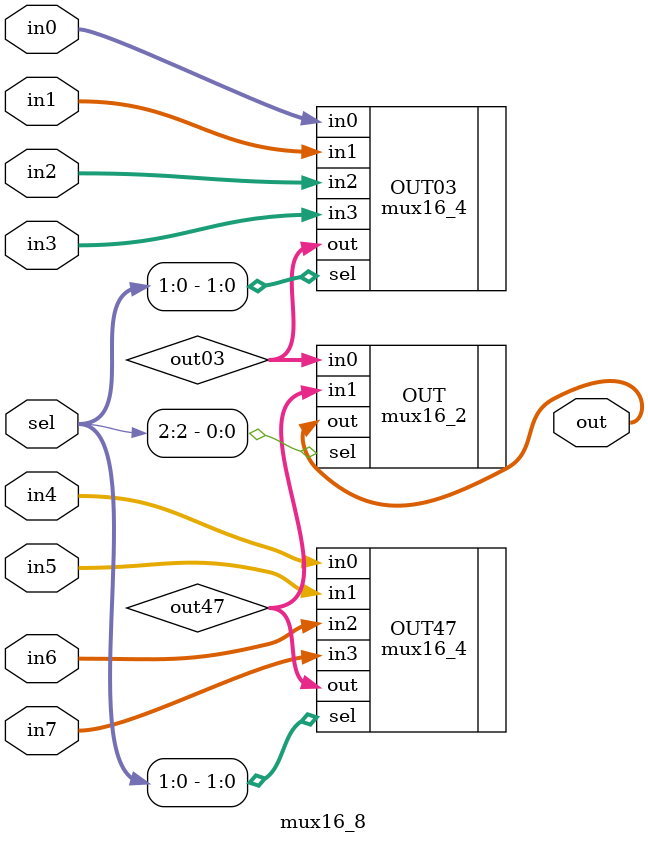
<source format=v>
/*
   CS/ECE 552, Fall '22
   Homework #3, Problem #1
  
   This module creates a mux with 8 16-bit data inputs.
   It also has a 3-bit data select and a single data output.
*/
module mux16_8 (
                // Outputs
                out,
                // Inputs
                in0, in1, in2, in3, in4, in5, in6, in7, sel
                );
                
	input [15:0] in0;
	input [15:0] in1;
	input [15:0] in2;
	input [15:0] in3;
	input [15:0] in4;
	input [15:0] in5;
	input [15:0] in6;
	input [15:0] in7;
	input [2:0] sel;
	output [15:0] out;
	
	wire [15:0] out03, out47;
   	
   	mux16_4 OUT03 (.out(out03), .in0(in0), .in1(in1), .in2(in2), .in3(in3), .sel(sel[1:0]));
   	mux16_4 OUT47 (.out(out47), .in0(in4), .in1(in5), .in2(in6), .in3(in7), .sel(sel[1:0]));
   	mux16_2 OUT (.out(out), .in0(out03), .in1(out47), .sel(sel[2]));
   	
endmodule

</source>
